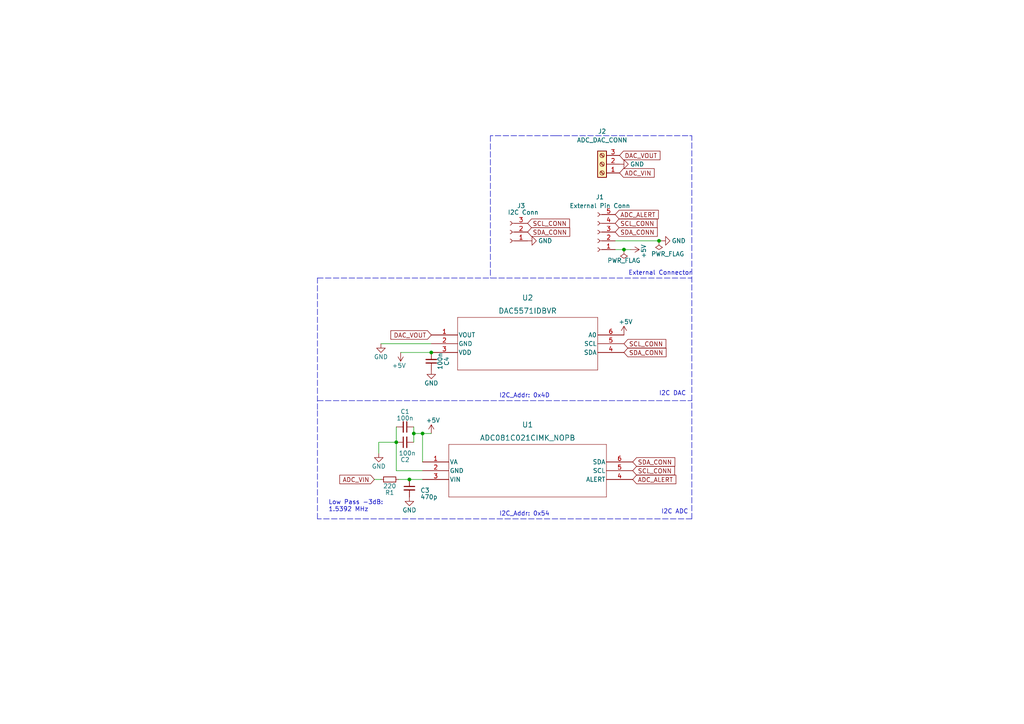
<source format=kicad_sch>
(kicad_sch (version 20211123) (generator eeschema)
  (paper "A4")
  (title_block (title "I2C DAC and ADC Daugher Board") (date "2024-02-02") (rev "REV1") (company "SpaceCog Labs, LLC"))
  (lib_symbols
    (symbol "ADC081C021CIMK:ADC081C021CIMK_NOPB" (pin_names (offset 0.254))
      (property "Value" "ADC081C021CIMK_NOPB" (at 30.48 7.62 0))
      (symbol "ADC081C021CIMK_NOPB_0_1"
        (polyline (pts (xy 7.62 -10.16) (xy 53.34 -10.16)) (stroke (width 0.127)))
        (polyline (pts (xy 7.62 5.08) (xy 7.62 -10.16)) (stroke (width 0.127)))
        (polyline (pts (xy 53.34 -10.16) (xy 53.34 5.08)) (stroke (width 0.127)))
        (polyline (pts (xy 53.34 5.08) (xy 7.62 5.08)) (stroke (width 0.127)))
        (pin power_in line (at 0 0 0) (length 7.62) (name "VA") (number "1"))
        (pin power_in line (at 0 -2.54 0) (length 7.62) (name "GND") (number "2"))
        (pin input line (at 0 -5.08 0) (length 7.62) (name "VIN") (number "3"))
        (pin unspecified line (at 60.96 -5.08 180) (length 7.62) (name "ALERT") (number "4"))
        (pin input line (at 60.96 -2.54 180) (length 7.62) (name "SCL") (number "5"))
        (pin bidirectional line (at 60.96 0 180) (length 7.62) (name "SDA") (number "6"))
      )
    )
    (symbol "Connector:Conn_01x03_Female" (pin_names (offset 1.016) hide)
      (property "Reference" "J" (at 0 5.08 0))
      (property "Value" "Conn_01x03_Female" (at 0 -5.08 0))
      (symbol "Conn_01x03_Female_1_1"
        (arc (start 0 -2.032) (mid -0.508 -2.54) (end 0 -3.048) (stroke (width 0.1524)))
        (polyline (pts (xy -1.27 -2.54) (xy -0.508 -2.54)) (stroke (width 0.1524)))
        (polyline (pts (xy -1.27 0) (xy -0.508 0)) (stroke (width 0.1524)))
        (polyline (pts (xy -1.27 2.54) (xy -0.508 2.54)) (stroke (width 0.1524)))
        (arc (start 0 0.508) (mid -0.508 0) (end 0 -0.508) (stroke (width 0.1524)))
        (arc (start 0 3.048) (mid -0.508 2.54) (end 0 2.032) (stroke (width 0.1524)))
        (pin passive line (at -5.08 2.54 0) (length 3.81) (name "Pin_1") (number "1"))
        (pin passive line (at -5.08 0 0) (length 3.81) (name "Pin_2") (number "2"))
        (pin passive line (at -5.08 -2.54 0) (length 3.81) (name "Pin_3") (number "3"))
      )
    )
    (symbol "Connector:Conn_01x05_Female" (pin_names (offset 1.016) hide)
      (property "Reference" "J" (at 0 7.62 0))
      (property "Value" "Conn_01x05_Female" (at 0 -7.62 0))
      (symbol "Conn_01x05_Female_1_1"
        (arc (start 0 -4.572) (mid -0.508 -5.08) (end 0 -5.588) (stroke (width 0.1524)))
        (arc (start 0 -2.032) (mid -0.508 -2.54) (end 0 -3.048) (stroke (width 0.1524)))
        (polyline (pts (xy -1.27 -5.08) (xy -0.508 -5.08)) (stroke (width 0.1524)))
        (polyline (pts (xy -1.27 -2.54) (xy -0.508 -2.54)) (stroke (width 0.1524)))
        (polyline (pts (xy -1.27 0) (xy -0.508 0)) (stroke (width 0.1524)))
        (polyline (pts (xy -1.27 2.54) (xy -0.508 2.54)) (stroke (width 0.1524)))
        (polyline (pts (xy -1.27 5.08) (xy -0.508 5.08)) (stroke (width 0.1524)))
        (arc (start 0 0.508) (mid -0.508 0) (end 0 -0.508) (stroke (width 0.1524)))
        (arc (start 0 3.048) (mid -0.508 2.54) (end 0 2.032) (stroke (width 0.1524)))
        (arc (start 0 5.588) (mid -0.508 5.08) (end 0 4.572) (stroke (width 0.1524)))
        (pin passive line (at -5.08 5.08 0) (length 3.81) (name "Pin_1") (number "1"))
        (pin passive line (at -5.08 2.54 0) (length 3.81) (name "Pin_2") (number "2"))
        (pin passive line (at -5.08 0 0) (length 3.81) (name "Pin_3") (number "3"))
        (pin passive line (at -5.08 -2.54 0) (length 3.81) (name "Pin_4") (number "4"))
        (pin passive line (at -5.08 -5.08 0) (length 3.81) (name "Pin_5") (number "5"))
      )
    )
    (symbol "Connector:Screw_Terminal_01x03" (pin_names (offset 1.016) hide)
      (property "Reference" "J" (at 0 5.08 0))
      (property "Value" "Screw_Terminal_01x03" (at 0 -5.08 0))
      (symbol "Screw_Terminal_01x03_1_1"
        (rectangle (start -1.27 3.81) (end 1.27 -3.81) (stroke (width 0.254)) (fill (type background)))
        (circle (center 0 -2.54) (radius 0.635) (stroke (width 0.1524)))
        (polyline (pts (xy -0.5334 -2.2098) (xy 0.3302 -3.048)) (stroke (width 0.1524)))
        (polyline (pts (xy -0.5334 0.3302) (xy 0.3302 -0.508)) (stroke (width 0.1524)))
        (polyline (pts (xy -0.5334 2.8702) (xy 0.3302 2.032)) (stroke (width 0.1524)))
        (polyline (pts (xy -0.3556 -2.032) (xy 0.508 -2.8702)) (stroke (width 0.1524)))
        (polyline (pts (xy -0.3556 0.508) (xy 0.508 -0.3302)) (stroke (width 0.1524)))
        (polyline (pts (xy -0.3556 3.048) (xy 0.508 2.2098)) (stroke (width 0.1524)))
        (circle (center 0 0) (radius 0.635) (stroke (width 0.1524)))
        (circle (center 0 2.54) (radius 0.635) (stroke (width 0.1524)))
        (pin passive line (at -5.08 2.54 0) (length 3.81) (name "Pin_1") (number "1"))
        (pin passive line (at -5.08 0 0) (length 3.81) (name "Pin_2") (number "2"))
        (pin passive line (at -5.08 -2.54 0) (length 3.81) (name "Pin_3") (number "3"))
      )
    )
    (symbol "DAC5571IDBVR:DAC5571IDBVR" (pin_names (offset 0.254))
      (property "Reference" "U" (at 27.94 10.16 0))
      (property "Value" "DAC5571IDBVR" (at 27.94 7.62 0))
      (symbol "DAC5571IDBVR_0_1"
        (polyline (pts (xy 7.62 -10.16) (xy 48.26 -10.16)) (stroke (width 0.127)))
        (polyline (pts (xy 7.62 5.08) (xy 7.62 -10.16)) (stroke (width 0.127)))
        (polyline (pts (xy 48.26 -10.16) (xy 48.26 5.08)) (stroke (width 0.127)))
        (polyline (pts (xy 48.26 5.08) (xy 7.62 5.08)) (stroke (width 0.127)))
        (pin output line (at 0 0 0) (length 7.62) (name "VOUT") (number "1"))
        (pin power_in line (at 0 -2.54 0) (length 7.62) (name "GND") (number "2"))
        (pin power_in line (at 0 -5.08 0) (length 7.62) (name "VDD") (number "3"))
        (pin input line (at 55.88 -5.08 180) (length 7.62) (name "SDA") (number "4"))
        (pin input line (at 55.88 -2.54 180) (length 7.62) (name "SCL") (number "5"))
        (pin unspecified line (at 55.88 0 180) (length 7.62) (name "A0") (number "6"))
      )
    )
    (symbol "Device:C_Small" (pin_numbers hide) (pin_names (offset 0.254) hide)
      (property "Reference" "C" (at 0.254 1.778 0))
      (property "Value" "C_Small" (at 0.254 -2.032 0))
      (symbol "C_Small_0_1"
        (polyline (pts (xy -1.524 -0.508) (xy 1.524 -0.508)) (stroke (width 0.3302)))
        (polyline (pts (xy -1.524 0.508) (xy 1.524 0.508)) (stroke (width 0.3048)))
      )
      (symbol "C_Small_1_1"
        (pin passive line (at 0 2.54 270) (length 2.032) (name "~") (number "1"))
        (pin passive line (at 0 -2.54 90) (length 2.032) (name "~") (number "2"))
      )
    )
    (symbol "Device:R_Small" (pin_numbers hide) (pin_names (offset 0.254) hide)
      (property "Reference" "R" (at 0.762 0.508 0))
      (property "Value" "R_Small" (at 0.762 -1.016 0))
      (symbol "R_Small_0_1"
        (rectangle (start -0.762 1.778) (end 0.762 -1.778) (stroke (width 0.2032)))
      )
      (symbol "R_Small_1_1"
        (pin passive line (at 0 2.54 270) (length 0.762) (name "~") (number "1"))
        (pin passive line (at 0 -2.54 90) (length 0.762) (name "~") (number "2"))
      )
    )
    (symbol "power:+5V" (power) (pin_names (offset 0))
      (property "Value" "+5V" (at 0 3.556 0))
      (symbol "+5V_0_1"
        (polyline (pts (xy -0.762 1.27) (xy 0 2.54)))
        (polyline (pts (xy 0 0) (xy 0 2.54)))
        (polyline (pts (xy 0 2.54) (xy 0.762 1.27)))
      )
      (symbol "+5V_1_1"
        (pin power_in line (at 0 0 90) (length 0) hide (name "+5V") (number "1"))
      )
    )
    (symbol "power:GND" (power) (pin_names (offset 0))
      (property "Value" "GND" (at 0 -3.81 0))
      (symbol "GND_0_1"
        (polyline (pts (xy 0 0) (xy 0 -1.27) (xy 1.27 -1.27) (xy 0 -2.54) (xy -1.27 -1.27) (xy 0 -1.27)))
      )
      (symbol "GND_1_1"
        (pin power_in line (at 0 0 270) (length 0) hide (name "GND") (number "1"))
      )
    )
    (symbol "power:PWR_FLAG" (power) (pin_numbers hide) (pin_names (offset 0) hide)
      (property "Value" "PWR_FLAG" (at 0 3.81 0))
      (symbol "PWR_FLAG_0_0"
        (pin power_out line (at 0 0 90) (length 0) (name "pwr") (number "1"))
      )
      (symbol "PWR_FLAG_0_1"
        (polyline (pts (xy 0 0) (xy 0 1.27) (xy -1.016 1.905) (xy 0 2.54) (xy 1.016 1.905) (xy 0 1.27)))
      )
    )
  )
  (junction (at 118.745 139.065))
  (junction (at 122.555 125.73))
  (junction (at 191.135 69.85))
  (junction (at 120.015 125.73))
  (junction (at 180.975 72.39))
  (junction (at 125.095 102.235))
  (junction (at 114.935 128.27))
  (wire (pts (xy 110.49 99.695) (xy 125.095 99.695)))
  (wire (pts (xy 116.205 102.235) (xy 125.095 102.235)))
  (polyline (pts (xy 161.29 39.37) (xy 200.66 39.37)))
  (wire (pts (xy 115.57 139.065) (xy 118.745 139.065)))
  (wire (pts (xy 120.015 125.73) (xy 120.015 128.27)))
  (wire (pts (xy 114.935 123.825) (xy 114.935 128.27)))
  (polyline (pts (xy 142.24 39.37) (xy 142.24 80.645)))
  (wire (pts (xy 122.555 125.73) (xy 125.095 125.73)))
  (polyline (pts (xy 92.075 80.645) (xy 200.66 80.645)))
  (polyline (pts (xy 200.66 150.495) (xy 92.075 150.495)))
  (wire (pts (xy 109.855 131.445) (xy 109.855 128.27)))
  (polyline (pts (xy 200.66 150.495) (xy 200.66 39.37)))
  (wire (pts (xy 178.435 69.85) (xy 191.135 69.85)))
  (polyline (pts (xy 92.075 118.745) (xy 92.075 80.645)))
  (wire (pts (xy 120.015 123.825) (xy 120.015 125.73)))
  (wire (pts (xy 120.015 125.73) (xy 122.555 125.73)))
  (polyline (pts (xy 161.29 39.37) (xy 142.24 39.37)))
  (polyline (pts (xy 200.66 39.37) (xy 200.025 39.37)))
  (wire (pts (xy 114.935 128.27) (xy 114.935 136.525)))
  (wire (pts (xy 114.935 136.525) (xy 122.555 136.525)))
  (wire (pts (xy 108.585 139.065) (xy 110.49 139.065)))
  (polyline (pts (xy 92.075 150.495) (xy 92.075 118.745)))
  (polyline (pts (xy 92.075 116.205) (xy 200.66 116.205)))
  (wire (pts (xy 180.975 72.39) (xy 182.88 72.39)))
  (wire (pts (xy 118.745 139.065) (xy 122.555 139.065)))
  (wire (pts (xy 191.135 69.85) (xy 191.77 69.85)))
  (wire (pts (xy 178.435 72.39) (xy 180.975 72.39)))
  (wire (pts (xy 109.855 128.27) (xy 114.935 128.27)))
  (wire (pts (xy 122.555 125.73) (xy 122.555 133.985)))
  (text "I2C DAC" (at 191.135 114.935 0) (effects (font (size 1.27 1.27)) (justify left bottom)))
  (text "I2C ADC" (at 191.77 149.225 0) (effects (font (size 1.27 1.27)) (justify left bottom)))
  (text "External Connector" (at 182.245 80.01 0) (effects (font (size 1.27 1.27)) (justify left bottom)))
  (text "I2C_Addr: 0x54" (at 144.78 149.86 0) (effects (font (size 1.27 1.27)) (justify left bottom)))
  (text "Low Pass -3dB: \n1.5392 MHz" (at 95.25 148.59 0) (effects (font (size 1.27 1.27)) (justify left bottom)))
  (text "I2C_Addr: 0x4D" (at 144.78 115.57 0) (effects (font (size 1.27 1.27)) (justify left bottom)))
  (global_label "SDA_CONN" (shape input) (at 178.435 67.31 0) (property "Intersheet References" "${INTERSHEET_REFS}" (effects hide)))
  (global_label "DAC_VOUT" (shape input) (at 179.705 45.085 0) (property "Intersheet References" "${INTERSHEET_REFS}" (effects hide)))
  (global_label "ADC_ALERT" (shape input) (at 183.515 139.065 0) (property "Intersheet References" "${INTERSHEET_REFS}" (effects hide)))
  (global_label "SDA_CONN" (shape input) (at 153.035 67.31 0) (property "Intersheet References" "${INTERSHEET_REFS}" (effects hide)))
  (global_label "ADC_ALERT" (shape input) (at 178.435 62.23 0) (property "Intersheet References" "${INTERSHEET_REFS}" (effects hide)))
  (global_label "SCL_CONN" (shape input) (at 183.515 136.525 0) (property "Intersheet References" "${INTERSHEET_REFS}" (effects hide)))
  (global_label "SDA_CONN" (shape input) (at 180.975 102.235 0) (property "Intersheet References" "${INTERSHEET_REFS}" (effects hide)))
  (global_label "SCL_CONN" (shape input) (at 153.035 64.77 0) (property "Intersheet References" "${INTERSHEET_REFS}" (effects hide)))
  (global_label "SCL_CONN" (shape input) (at 180.975 99.695 0) (property "Intersheet References" "${INTERSHEET_REFS}" (effects hide)))
  (global_label "DAC_VOUT" (shape input) (at 125.095 97.155 180) (property "Intersheet References" "${INTERSHEET_REFS}" (effects hide)))
  (global_label "SDA_CONN" (shape input) (at 183.515 133.985 0) (property "Intersheet References" "${INTERSHEET_REFS}" (effects hide)))
  (global_label "ADC_VIN" (shape input) (at 179.705 50.165 0) (property "Intersheet References" "${INTERSHEET_REFS}" (effects hide)))
  (global_label "ADC_VIN" (shape input) (at 108.585 139.065 180) (property "Intersheet References" "${INTERSHEET_REFS}" (effects hide)))
  (global_label "SCL_CONN" (shape input) (at 178.435 64.77 0) (property "Intersheet References" "${INTERSHEET_REFS}" (effects hide)))
  (symbol (lib_id "Device:C_Small") (at 118.745 141.605 0) (unit 1)
    (property "Reference" "C3" (at 121.92 142.24 0) (effects (justify left)))
    (property "Value" "470p" (at 121.92 144.145 0) (effects (justify left)))
    (property "Footprint" "Capacitor_SMD:C_0603_1608Metric" (effects hide))
    (property "LCSC" "C1620" (effects hide))
  )
  (symbol (lib_id "power:GND") (at 191.77 69.85 90) (unit 1)
    (property "Reference" "#PWR0105" (effects hide))
    (property "Value" "GND" (at 196.85 69.85 90))
  )
  (symbol (lib_id "power:+5V") (at 116.205 102.235 180) (unit 1)
    (property "Reference" "#PWR0108" (effects hide))
    (property "Value" "+5V" (at 113.665 106.045 0) (effects (justify right)))
  )
  (symbol (lib_id "Device:C_Small") (at 125.095 104.775 180) (unit 1)
    (property "Reference" "C4" (at 129.54 104.775 90))
    (property "Value" "100n" (at 127.635 104.775 90))
    (property "Footprint" "Capacitor_SMD:C_0603_1608Metric" (effects hide))
    (property "LCSC" "C14663" (effects hide))
  )
  (symbol (lib_id "power:+5V") (at 180.975 97.155 0) (unit 1)
    (property "Reference" "#PWR0101" (effects hide))
    (property "Value" "+5V" (at 183.515 93.345 0) (effects (justify right)))
  )
  (symbol (lib_id "Connector:Screw_Terminal_01x03") (at 174.625 47.625 180) (unit 1)
    (property "Reference" "J2" (at 174.625 38.1 0))
    (property "Value" "ADC_DAC_CONN" (at 174.625 40.64 0))
    (property "Footprint" "ExternalConnectors:ThreePinScrewTerminal" (effects hide))
  )
  (symbol (lib_id "power:PWR_FLAG") (at 191.135 69.85 180) (unit 1)
    (property "Reference" "#FLG0102" (effects hide))
    (property "Value" "PWR_FLAG" (at 193.675 73.66 0))
  )
  (symbol (lib_id "Connector:Conn_01x05_Female") (at 173.355 67.31 180) (unit 1)
    (property "Reference" "J1" (at 173.99 57.15 0))
    (property "Value" "External Pin Conn" (at 173.99 59.69 0))
    (property "Footprint" "ExternalConnectors:Conn_5" (effects hide))
  )
  (symbol (lib_id "power:GND") (at 125.095 107.315 0) (unit 1)
    (property "Reference" "#PWR0109" (effects hide))
    (property "Value" "GND" (at 125.095 111.125 0))
  )
  (symbol (lib_id "power:GND") (at 110.49 99.695 0) (unit 1)
    (property "Reference" "#PWR0107" (effects hide))
    (property "Value" "GND" (at 110.49 103.505 0))
  )
  (symbol (lib_id "DAC5571IDBVR:DAC5571IDBVR") (at 125.095 97.155 0) (unit 1)
    (property "Reference" "U2" (at 153.035 86.36 0) (effects (font (size 1.524 1.524))))
    (property "Value" "DAC5571IDBVR" (at 153.035 90.17 0) (effects (font (size 1.524 1.524))))
    (property "Footprint" "DAC5571IDBVR:DAC5571IDBVR" (effects hide))
    (property "Datasheet" "https://datasheet.lcsc.com/lcsc/1809271221_Texas-Instruments-DAC5571IDBVR_C24061.pdf" (effects hide))
    (property "LCSC" "C24061" (effects hide))
  )
  (symbol (lib_id "power:GND") (at 179.705 47.625 90) (unit 1)
    (property "Reference" "#PWR01" (effects hide))
    (property "Value" "GND" (at 184.785 47.625 90))
  )
  (symbol (lib_id "Device:R_Small") (at 113.03 139.065 270) (unit 1)
    (property "Reference" "R1" (at 113.03 142.875 90))
    (property "Value" "220" (at 113.03 140.97 90))
    (property "Footprint" "Resistor_SMD:R_0805_2012Metric" (effects hide))
    (property "LCSC" "C17557" (effects hide))
  )
  (symbol (lib_id "power:+5V") (at 182.88 72.39 270) (unit 1)
    (property "Reference" "#PWR0104" (effects hide))
    (property "Value" "+5V" (at 186.69 74.93 0) (effects (justify right)))
  )
  (symbol (lib_id "power:GND") (at 153.035 69.85 90) (unit 1)
    (property "Reference" "#PWR0110" (effects hide))
    (property "Value" "GND" (at 158.115 69.85 90))
  )
  (symbol (lib_id "Device:C_Small") (at 117.475 128.27 90) (unit 1)
    (property "Reference" "C2" (at 117.475 133.35 90))
    (property "Value" "100n" (at 118.11 131.445 90))
    (property "Footprint" "Capacitor_SMD:C_0603_1608Metric" (effects hide))
    (property "LCSC" "C14663" (effects hide))
  )
  (symbol (lib_id "power:GND") (at 109.855 131.445 0) (unit 1)
    (property "Reference" "#PWR0106" (effects hide))
    (property "Value" "GND" (at 109.855 135.255 0))
  )
  (symbol (lib_id "power:+5V") (at 125.095 125.73 0) (unit 1)
    (property "Reference" "#PWR0102" (effects hide))
    (property "Value" "+5V" (at 127.635 121.92 0) (effects (justify right)))
  )
  (symbol (lib_id "Connector:Conn_01x03_Female") (at 147.955 67.31 180) (unit 1)
    (property "Reference" "J3" (at 151.13 59.69 0))
    (property "Value" "I2C Conn" (at 151.765 61.595 0))
    (property "Footprint" "ExternalConnectors:Conn_3" (effects hide))
  )
  (symbol (lib_id "power:GND") (at 118.745 144.145 0) (unit 1)
    (property "Reference" "#PWR0103" (effects hide))
    (property "Value" "GND" (at 118.745 147.955 0))
  )
  (symbol (lib_id "Device:C_Small") (at 117.475 123.825 270) (unit 1)
    (property "Reference" "C1" (at 117.475 119.38 90))
    (property "Value" "100n" (at 117.475 121.285 90))
    (property "Footprint" "Capacitor_SMD:C_0603_1608Metric" (effects hide))
    (property "LCSC" "C14663" (effects hide))
  )
  (symbol (lib_id "ADC081C021CIMK:ADC081C021CIMK_NOPB") (at 122.555 133.985 0) (unit 1)
    (property "Reference" "U1" (at 153.035 123.19 0) (effects (font (size 1.524 1.524))))
    (property "Value" "ADC081C021CIMK_NOPB" (at 153.035 127 0) (effects (font (size 1.524 1.524))))
    (property "Footprint" "ADC081C021CIMK:ADC081C021CIMK" (effects hide))
    (property "Datasheet" "https://datasheet.lcsc.com/lcsc/2304140030_Texas-Instruments-ADC081C021CIMK-NOPB_C181423.pdf" (effects hide))
    (property "LCSC" "C181423" (effects hide))
  )
  (symbol (lib_id "power:PWR_FLAG") (at 180.975 72.39 180) (unit 1)
    (property "Reference" "#FLG0101" (effects hide))
    (property "Value" "PWR_FLAG" (at 180.975 75.565 0))
  )
)
</source>
